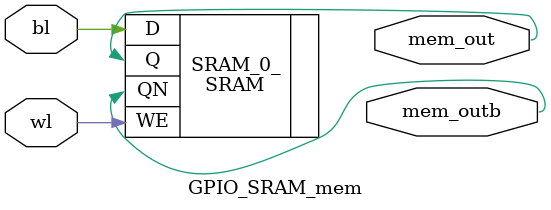
<source format=v>
`timescale 1ns / 1ps

`default_nettype none

// ----- Verilog module for mux_2level_tapbuf_size6_mem -----
module mux_2level_tapbuf_size6_mem(bl,
                                   wl,
                                   mem_out,
                                   mem_outb);
//----- INPUT PORTS -----
input [0:5] bl;
//----- INPUT PORTS -----
input [0:5] wl;
//----- OUTPUT PORTS -----
output [0:5] mem_out;
//----- OUTPUT PORTS -----
output [0:5] mem_outb;

//----- BEGIN wire-connection ports -----
//----- END wire-connection ports -----


//----- BEGIN Registered ports -----
//----- END Registered ports -----



// ----- BEGIN Local short connections -----
// ----- END Local short connections -----
// ----- BEGIN Local output short connections -----
// ----- END Local output short connections -----

	SRAM SRAM_0_ (
		.D(bl[0]),
		.WE(wl[0]),
		.Q(mem_out[0]),
		.QN(mem_outb[0]));

	SRAM SRAM_1_ (
		.D(bl[1]),
		.WE(wl[1]),
		.Q(mem_out[1]),
		.QN(mem_outb[1]));

	SRAM SRAM_2_ (
		.D(bl[2]),
		.WE(wl[2]),
		.Q(mem_out[2]),
		.QN(mem_outb[2]));

	SRAM SRAM_3_ (
		.D(bl[3]),
		.WE(wl[3]),
		.Q(mem_out[3]),
		.QN(mem_outb[3]));

	SRAM SRAM_4_ (
		.D(bl[4]),
		.WE(wl[4]),
		.Q(mem_out[4]),
		.QN(mem_outb[4]));

	SRAM SRAM_5_ (
		.D(bl[5]),
		.WE(wl[5]),
		.Q(mem_out[5]),
		.QN(mem_outb[5]));

endmodule
// ----- END Verilog module for mux_2level_tapbuf_size6_mem -----

//----- Default net type -----
`default_nettype none




//----- Default net type -----
`default_nettype none

// ----- Verilog module for mux_2level_tapbuf_size2_mem -----
module mux_2level_tapbuf_size2_mem(bl,
                                   wl,
                                   mem_out,
                                   mem_outb);
//----- INPUT PORTS -----
input [0:1] bl;
//----- INPUT PORTS -----
input [0:1] wl;
//----- OUTPUT PORTS -----
output [0:1] mem_out;
//----- OUTPUT PORTS -----
output [0:1] mem_outb;

//----- BEGIN wire-connection ports -----
//----- END wire-connection ports -----


//----- BEGIN Registered ports -----
//----- END Registered ports -----



// ----- BEGIN Local short connections -----
// ----- END Local short connections -----
// ----- BEGIN Local output short connections -----
// ----- END Local output short connections -----

	SRAM SRAM_0_ (
		.D(bl[0]),
		.WE(wl[0]),
		.Q(mem_out[0]),
		.QN(mem_outb[0]));

	SRAM SRAM_1_ (
		.D(bl[1]),
		.WE(wl[1]),
		.Q(mem_out[1]),
		.QN(mem_outb[1]));

endmodule
// ----- END Verilog module for mux_2level_tapbuf_size2_mem -----

//----- Default net type -----
`default_nettype none




//----- Default net type -----
`default_nettype none

// ----- Verilog module for mux_2level_size14_mem -----
module mux_2level_size14_mem(bl,
                             wl,
                             mem_out,
                             mem_outb);
//----- INPUT PORTS -----
input [0:7] bl;
//----- INPUT PORTS -----
input [0:7] wl;
//----- OUTPUT PORTS -----
output [0:7] mem_out;
//----- OUTPUT PORTS -----
output [0:7] mem_outb;

//----- BEGIN wire-connection ports -----
//----- END wire-connection ports -----


//----- BEGIN Registered ports -----
//----- END Registered ports -----



// ----- BEGIN Local short connections -----
// ----- END Local short connections -----
// ----- BEGIN Local output short connections -----
// ----- END Local output short connections -----

	SRAM SRAM_0_ (
		.D(bl[0]),
		.WE(wl[0]),
		.Q(mem_out[0]),
		.QN(mem_outb[0]));

	SRAM SRAM_1_ (
		.D(bl[1]),
		.WE(wl[1]),
		.Q(mem_out[1]),
		.QN(mem_outb[1]));

	SRAM SRAM_2_ (
		.D(bl[2]),
		.WE(wl[2]),
		.Q(mem_out[2]),
		.QN(mem_outb[2]));

	SRAM SRAM_3_ (
		.D(bl[3]),
		.WE(wl[3]),
		.Q(mem_out[3]),
		.QN(mem_outb[3]));

	SRAM SRAM_4_ (
		.D(bl[4]),
		.WE(wl[4]),
		.Q(mem_out[4]),
		.QN(mem_outb[4]));

	SRAM SRAM_5_ (
		.D(bl[5]),
		.WE(wl[5]),
		.Q(mem_out[5]),
		.QN(mem_outb[5]));

	SRAM SRAM_6_ (
		.D(bl[6]),
		.WE(wl[6]),
		.Q(mem_out[6]),
		.QN(mem_outb[6]));

	SRAM SRAM_7_ (
		.D(bl[7]),
		.WE(wl[7]),
		.Q(mem_out[7]),
		.QN(mem_outb[7]));

endmodule
// ----- END Verilog module for mux_2level_size14_mem -----

//----- Default net type -----
`default_nettype none




//----- Default net type -----
`default_nettype none

// ----- Verilog module for mux_1level_tapbuf_size2_mem -----
module mux_1level_tapbuf_size2_mem(bl,
                                   wl,
                                   mem_out,
                                   mem_outb);
//----- INPUT PORTS -----
input [0:2] bl;
//----- INPUT PORTS -----
input [0:2] wl;
//----- OUTPUT PORTS -----
output [0:2] mem_out;
//----- OUTPUT PORTS -----
output [0:2] mem_outb;

//----- BEGIN wire-connection ports -----
//----- END wire-connection ports -----


//----- BEGIN Registered ports -----
//----- END Registered ports -----



// ----- BEGIN Local short connections -----
// ----- END Local short connections -----
// ----- BEGIN Local output short connections -----
// ----- END Local output short connections -----

	SRAM SRAM_0_ (
		.D(bl[0]),
		.WE(wl[0]),
		.Q(mem_out[0]),
		.QN(mem_outb[0]));

	SRAM SRAM_1_ (
		.D(bl[1]),
		.WE(wl[1]),
		.Q(mem_out[1]),
		.QN(mem_outb[1]));

	SRAM SRAM_2_ (
		.D(bl[2]),
		.WE(wl[2]),
		.Q(mem_out[2]),
		.QN(mem_outb[2]));

endmodule
// ----- END Verilog module for mux_1level_tapbuf_size2_mem -----

//----- Default net type -----
`default_nettype none




//----- Default net type -----
`default_nettype none

// ----- Verilog module for lut4_SRAM_mem -----
module lut4_SRAM_mem(bl,
                     wl,
                     mem_out,
                     mem_outb);
//----- INPUT PORTS -----
input [0:15] bl;
//----- INPUT PORTS -----
input [0:15] wl;
//----- OUTPUT PORTS -----
output [0:15] mem_out;
//----- OUTPUT PORTS -----
output [0:15] mem_outb;

//----- BEGIN wire-connection ports -----
//----- END wire-connection ports -----


//----- BEGIN Registered ports -----
//----- END Registered ports -----



// ----- BEGIN Local short connections -----
// ----- END Local short connections -----
// ----- BEGIN Local output short connections -----
// ----- END Local output short connections -----

	SRAM SRAM_0_ (
		.D(bl[0]),
		.WE(wl[0]),
		.Q(mem_out[0]),
		.QN(mem_outb[0]));

	SRAM SRAM_1_ (
		.D(bl[1]),
		.WE(wl[1]),
		.Q(mem_out[1]),
		.QN(mem_outb[1]));

	SRAM SRAM_2_ (
		.D(bl[2]),
		.WE(wl[2]),
		.Q(mem_out[2]),
		.QN(mem_outb[2]));

	SRAM SRAM_3_ (
		.D(bl[3]),
		.WE(wl[3]),
		.Q(mem_out[3]),
		.QN(mem_outb[3]));

	SRAM SRAM_4_ (
		.D(bl[4]),
		.WE(wl[4]),
		.Q(mem_out[4]),
		.QN(mem_outb[4]));

	SRAM SRAM_5_ (
		.D(bl[5]),
		.WE(wl[5]),
		.Q(mem_out[5]),
		.QN(mem_outb[5]));

	SRAM SRAM_6_ (
		.D(bl[6]),
		.WE(wl[6]),
		.Q(mem_out[6]),
		.QN(mem_outb[6]));

	SRAM SRAM_7_ (
		.D(bl[7]),
		.WE(wl[7]),
		.Q(mem_out[7]),
		.QN(mem_outb[7]));

	SRAM SRAM_8_ (
		.D(bl[8]),
		.WE(wl[8]),
		.Q(mem_out[8]),
		.QN(mem_outb[8]));

	SRAM SRAM_9_ (
		.D(bl[9]),
		.WE(wl[9]),
		.Q(mem_out[9]),
		.QN(mem_outb[9]));

	SRAM SRAM_10_ (
		.D(bl[10]),
		.WE(wl[10]),
		.Q(mem_out[10]),
		.QN(mem_outb[10]));

	SRAM SRAM_11_ (
		.D(bl[11]),
		.WE(wl[11]),
		.Q(mem_out[11]),
		.QN(mem_outb[11]));

	SRAM SRAM_12_ (
		.D(bl[12]),
		.WE(wl[12]),
		.Q(mem_out[12]),
		.QN(mem_outb[12]));

	SRAM SRAM_13_ (
		.D(bl[13]),
		.WE(wl[13]),
		.Q(mem_out[13]),
		.QN(mem_outb[13]));

	SRAM SRAM_14_ (
		.D(bl[14]),
		.WE(wl[14]),
		.Q(mem_out[14]),
		.QN(mem_outb[14]));

	SRAM SRAM_15_ (
		.D(bl[15]),
		.WE(wl[15]),
		.Q(mem_out[15]),
		.QN(mem_outb[15]));

endmodule
// ----- END Verilog module for lut4_SRAM_mem -----

//----- Default net type -----
`default_nettype none




//----- Default net type -----
`default_nettype none

// ----- Verilog module for GPIO_SRAM_mem -----
module GPIO_SRAM_mem(bl,
                     wl,
                     mem_out,
                     mem_outb);
//----- INPUT PORTS -----
input [0:0] bl;
//----- INPUT PORTS -----
input [0:0] wl;
//----- OUTPUT PORTS -----
output [0:0] mem_out;
//----- OUTPUT PORTS -----
output [0:0] mem_outb;

//----- BEGIN wire-connection ports -----
//----- END wire-connection ports -----


//----- BEGIN Registered ports -----
//----- END Registered ports -----



// ----- BEGIN Local short connections -----
// ----- END Local short connections -----
// ----- BEGIN Local output short connections -----
// ----- END Local output short connections -----

	SRAM SRAM_0_ (
		.D(bl),
		.WE(wl),
		.Q(mem_out),
		.QN(mem_outb));

endmodule
// ----- END Verilog module for GPIO_SRAM_mem -----

//----- Default net type -----
`default_nettype none





</source>
